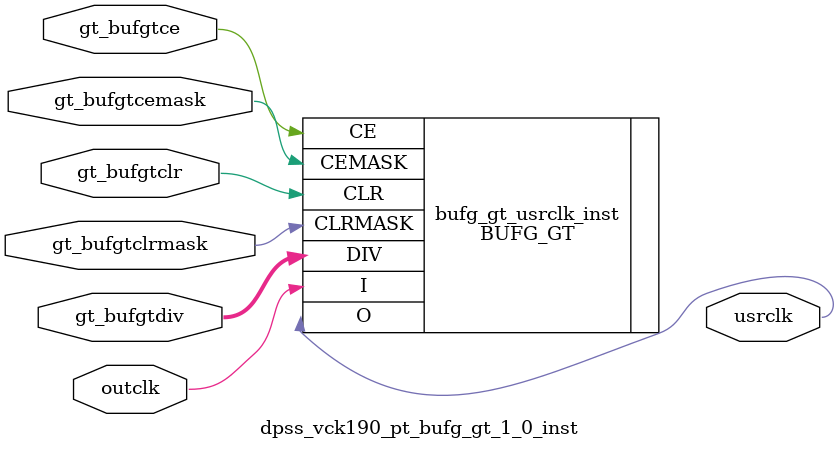
<source format=v>




`timescale 1ns / 1ps



module dpss_vck190_pt_bufg_gt_1_0_inst  (
    input outclk,
    input gt_bufgtce,
    input gt_bufgtcemask,
    input gt_bufgtclr,
    input gt_bufgtclrmask,
    input [2:0] gt_bufgtdiv,
    output usrclk
    );
     
      wire sync_ce;
      wire sync_clr;

      //BUFG_GT_SYNC sync_clr_ce (.CESYNC(sync_ce), .CLRSYNC(sync_clr), .CE(gt_bufgtce), .CLK(outclk), .CLR(gt_bufgtclr));
    //assign usrclk = outclk;
      BUFG_GT #(
        .SIM_DEVICE ("VERSAL_AI_CORE")
      ) bufg_gt_usrclk_inst (
        .CE      (gt_bufgtce),
        .CEMASK  (gt_bufgtcemask),
        .CLR     (gt_bufgtclr),
        .CLRMASK (gt_bufgtclrmask),
        .DIV     (gt_bufgtdiv),
        .I       (outclk),
        .O       (usrclk)
      );
endmodule
//------}

</source>
